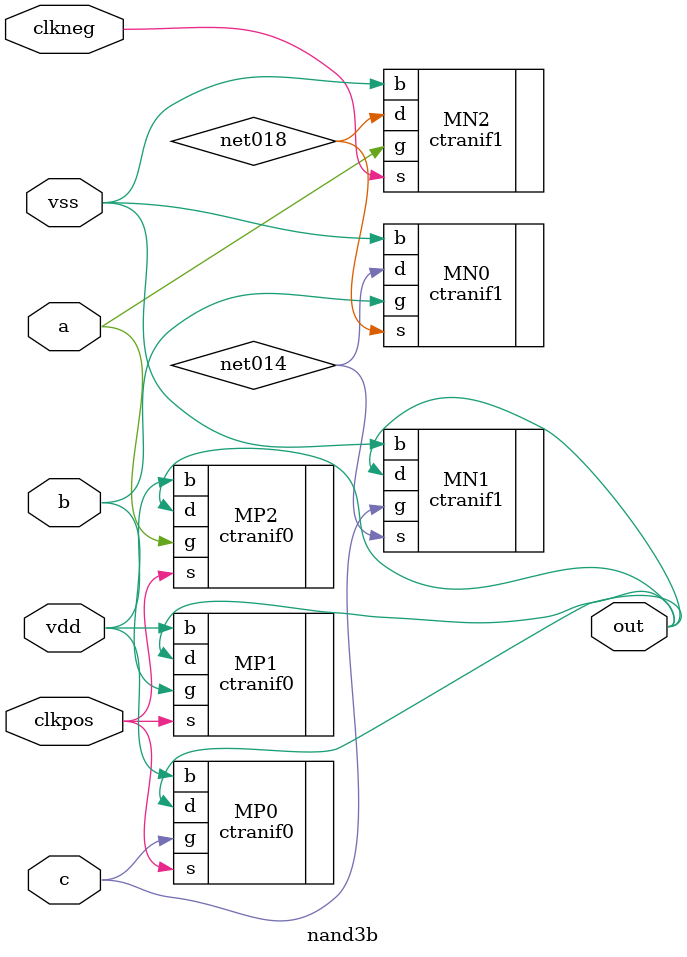
<source format=sv>

`timescale 1ns / 1ns 

module nand3b ( out, a, b, c, clkneg, clkpos, vdd, vss );

output  out;

input  a, b, c, clkneg, clkpos, vdd, vss;


specify 
    specparam CDS_LIBNAME  = "MIPS25";
    specparam CDS_CELLNAME = "nand3b";
    specparam CDS_VIEWNAME = "schematic";
endspecify

ctranif1  MN2 ( .b(vss), .d(net018), .g(a), .s(clkneg));
ctranif1  MN0 ( .b(vss), .d(net014), .g(b), .s(net018));
ctranif1  MN1 ( .b(vss), .d(out), .g(c), .s(net014));
ctranif0  MP2 ( .b(vdd), .s(clkpos), .g(a), .d(out));
ctranif0  MP0 ( .b(vdd), .s(clkpos), .g(c), .d(out));
ctranif0  MP1 ( .b(vdd), .s(clkpos), .g(b), .d(out));

endmodule

</source>
